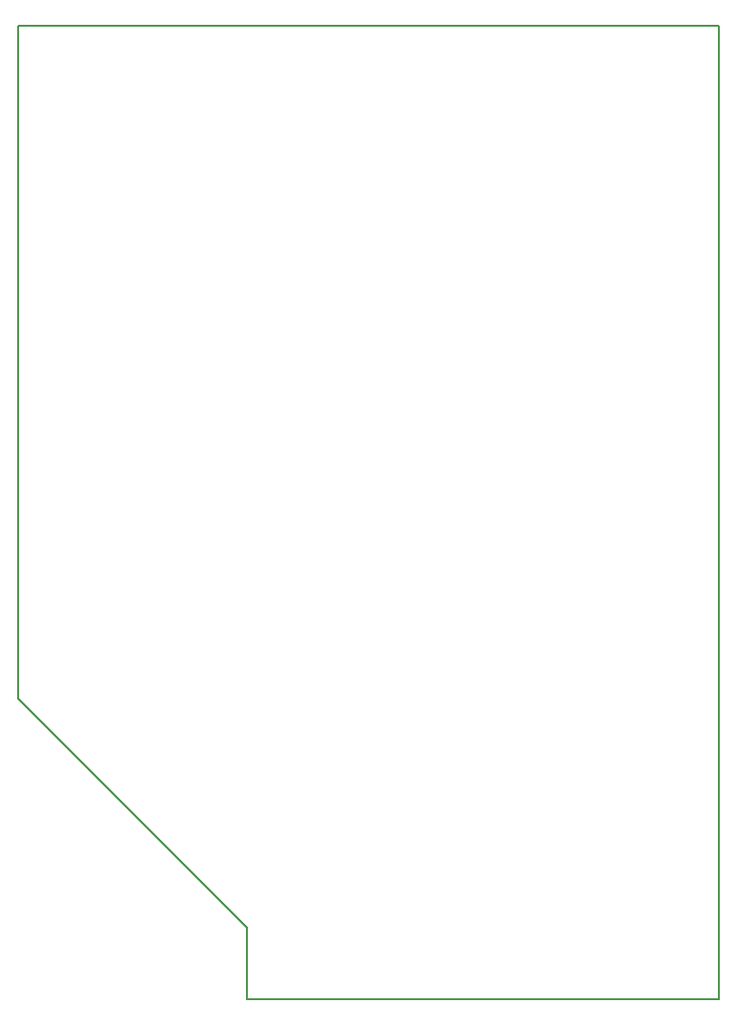
<source format=gbr>
G04 #@! TF.FileFunction,Profile,NP*
%FSLAX46Y46*%
G04 Gerber Fmt 4.6, Leading zero omitted, Abs format (unit mm)*
G04 Created by KiCad (PCBNEW (2015-03-27 BZR 5543)-product) date Tue 31 Mar 2015 12:00:07 AM EDT*
%MOMM*%
G01*
G04 APERTURE LIST*
%ADD10C,0.100000*%
%ADD11C,0.150000*%
G04 APERTURE END LIST*
D10*
D11*
X0Y-59690000D02*
X0Y0D01*
X20320000Y-80010000D02*
X0Y-59690000D01*
X20320000Y-86360000D02*
X20320000Y-80010000D01*
X62230000Y-86360000D02*
X20320000Y-86360000D01*
X62230000Y0D02*
X0Y0D01*
X62230000Y-86360000D02*
X62230000Y0D01*
M02*

</source>
